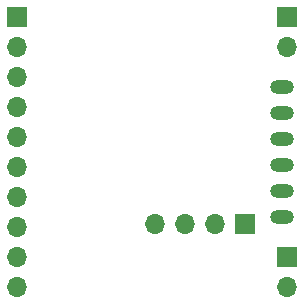
<source format=gbr>
%TF.GenerationSoftware,KiCad,Pcbnew,(6.0.10)*%
%TF.CreationDate,2023-02-13T21:08:55-05:00*%
%TF.ProjectId,module_board,6d6f6475-6c65-45f6-926f-6172642e6b69,rev?*%
%TF.SameCoordinates,Original*%
%TF.FileFunction,Soldermask,Bot*%
%TF.FilePolarity,Negative*%
%FSLAX46Y46*%
G04 Gerber Fmt 4.6, Leading zero omitted, Abs format (unit mm)*
G04 Created by KiCad (PCBNEW (6.0.10)) date 2023-02-13 21:08:55*
%MOMM*%
%LPD*%
G01*
G04 APERTURE LIST*
%ADD10R,1.700000X1.700000*%
%ADD11O,1.700000X1.700000*%
%ADD12O,2.000000X1.200000*%
G04 APERTURE END LIST*
D10*
%TO.C,J1*%
X167800000Y-96100000D03*
D11*
X165260000Y-96100000D03*
X162720000Y-96100000D03*
X160180000Y-96100000D03*
%TD*%
D10*
%TO.C,J10*%
X171420000Y-78570000D03*
D11*
X171420000Y-81110000D03*
%TD*%
D10*
%TO.C,J2*%
X148560000Y-78570000D03*
D11*
X148560000Y-81110000D03*
X148560000Y-83650000D03*
X148560000Y-86190000D03*
X148560000Y-88730000D03*
X148560000Y-91270000D03*
X148560000Y-93810000D03*
X148560000Y-96350000D03*
X148560000Y-98890000D03*
X148560000Y-101430000D03*
%TD*%
D10*
%TO.C,J9*%
X171420000Y-98880000D03*
D11*
X171420000Y-101420000D03*
%TD*%
D12*
%TO.C,J5*%
X171000000Y-84500000D03*
X171000000Y-86700000D03*
X171000000Y-88900000D03*
X171000000Y-91100000D03*
X171000000Y-93300000D03*
X171000000Y-95500000D03*
%TD*%
M02*

</source>
